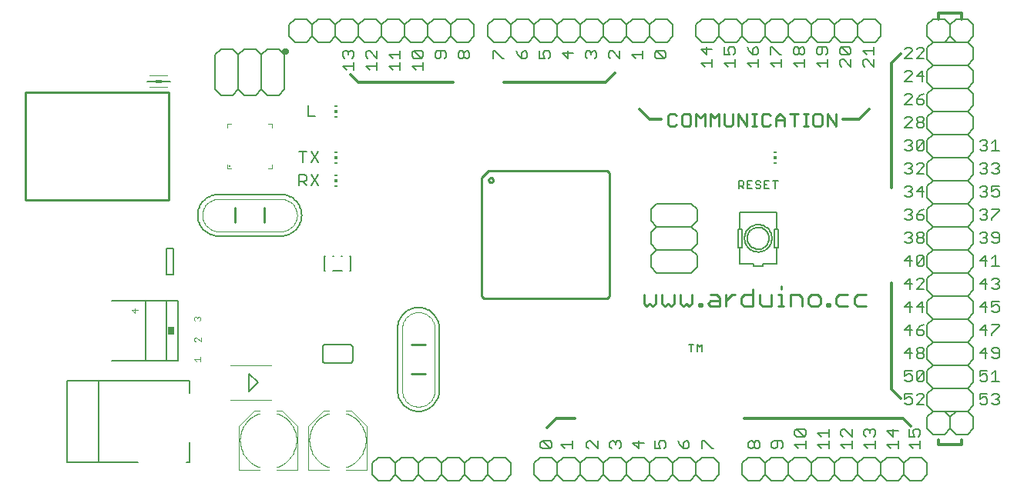
<source format=gto>
G75*
G70*
%OFA0B0*%
%FSLAX24Y24*%
%IPPOS*%
%LPD*%
%AMOC8*
5,1,8,0,0,1.08239X$1,22.5*
%
%ADD10C,0.0120*%
%ADD11C,0.0070*%
%ADD12C,0.0060*%
%ADD13C,0.0100*%
%ADD14C,0.0080*%
%ADD15C,0.0040*%
%ADD16R,0.0118X0.0059*%
%ADD17R,0.0118X0.0118*%
%ADD18C,0.0050*%
%ADD19R,0.0300X0.0340*%
%ADD20C,0.0118*%
%ADD21C,0.0087*%
%ADD22C,0.0028*%
%ADD23R,0.0276X0.0118*%
%ADD24C,0.0020*%
D10*
X025088Y009100D02*
X025488Y009500D01*
X026288Y009500D01*
X033638Y009500D02*
X040488Y009500D01*
X040838Y009150D01*
X042038Y008550D02*
X042038Y008350D01*
X043038Y008350D01*
X043038Y008550D01*
X040388Y010350D02*
X039988Y010750D01*
X039988Y015350D01*
X039988Y019500D02*
X039988Y024900D01*
X040388Y025300D01*
X042038Y026800D02*
X042038Y027050D01*
X043038Y027050D01*
X043038Y026800D01*
X039038Y022900D02*
X038588Y022450D01*
X037888Y022450D01*
X030038Y022450D02*
X029538Y022450D01*
X029088Y022900D01*
X027638Y024050D02*
X028038Y024450D01*
X027638Y024050D02*
X023238Y024050D01*
X021038Y024050D02*
X016938Y024050D01*
X016588Y024400D01*
X013717Y025400D02*
X013719Y025416D01*
X013725Y025432D01*
X013734Y025446D01*
X013746Y025457D01*
X013760Y025465D01*
X013776Y025470D01*
X013792Y025471D01*
X013808Y025468D01*
X013823Y025461D01*
X013837Y025452D01*
X013847Y025439D01*
X013855Y025424D01*
X013859Y025408D01*
X013859Y025392D01*
X013855Y025376D01*
X013847Y025361D01*
X013837Y025348D01*
X013824Y025339D01*
X013808Y025332D01*
X013792Y025329D01*
X013776Y025330D01*
X013760Y025335D01*
X013746Y025343D01*
X013734Y025354D01*
X013725Y025368D01*
X013719Y025384D01*
X013717Y025400D01*
D11*
X016262Y025346D02*
X016262Y025182D01*
X016344Y025101D01*
X016508Y025264D02*
X016508Y025346D01*
X016589Y025428D01*
X016671Y025428D01*
X016753Y025346D01*
X016753Y025182D01*
X016671Y025101D01*
X016753Y024912D02*
X016753Y024585D01*
X016753Y024748D02*
X016262Y024748D01*
X016426Y024585D01*
X017262Y024748D02*
X017426Y024585D01*
X017262Y024748D02*
X017753Y024748D01*
X017753Y024585D02*
X017753Y024912D01*
X017753Y025101D02*
X017426Y025428D01*
X017344Y025428D01*
X017262Y025346D01*
X017262Y025182D01*
X017344Y025101D01*
X017753Y025101D02*
X017753Y025428D01*
X018262Y025264D02*
X018426Y025101D01*
X018262Y025264D02*
X018753Y025264D01*
X018753Y025101D02*
X018753Y025428D01*
X018753Y024912D02*
X018753Y024585D01*
X018753Y024748D02*
X018262Y024748D01*
X018426Y024585D01*
X019262Y024748D02*
X019426Y024585D01*
X019262Y024748D02*
X019753Y024748D01*
X019753Y024585D02*
X019753Y024912D01*
X019671Y025101D02*
X019344Y025428D01*
X019671Y025428D01*
X019753Y025346D01*
X019753Y025182D01*
X019671Y025101D01*
X019344Y025101D01*
X019262Y025182D01*
X019262Y025346D01*
X019344Y025428D01*
X020262Y025330D02*
X020262Y025167D01*
X020344Y025085D01*
X020426Y025085D01*
X020508Y025167D01*
X020508Y025412D01*
X020671Y025412D02*
X020344Y025412D01*
X020262Y025330D01*
X020671Y025412D02*
X020753Y025330D01*
X020753Y025167D01*
X020671Y025085D01*
X021262Y025167D02*
X021262Y025330D01*
X021344Y025412D01*
X021426Y025412D01*
X021508Y025330D01*
X021508Y025167D01*
X021426Y025085D01*
X021344Y025085D01*
X021262Y025167D01*
X021508Y025167D02*
X021589Y025085D01*
X021671Y025085D01*
X021753Y025167D01*
X021753Y025330D01*
X021671Y025412D01*
X021589Y025412D01*
X021508Y025330D01*
X022762Y025412D02*
X022762Y025085D01*
X022762Y025412D02*
X022844Y025412D01*
X023171Y025085D01*
X023253Y025085D01*
X023762Y025412D02*
X023844Y025248D01*
X024008Y025085D01*
X024008Y025330D01*
X024089Y025412D01*
X024171Y025412D01*
X024253Y025330D01*
X024253Y025167D01*
X024171Y025085D01*
X024008Y025085D01*
X024762Y025085D02*
X024762Y025412D01*
X024926Y025330D02*
X025008Y025412D01*
X025171Y025412D01*
X025253Y025330D01*
X025253Y025167D01*
X025171Y025085D01*
X025008Y025085D02*
X024926Y025248D01*
X024926Y025330D01*
X025008Y025085D02*
X024762Y025085D01*
X025762Y025330D02*
X026008Y025085D01*
X026008Y025412D01*
X026253Y025330D02*
X025762Y025330D01*
X026762Y025330D02*
X026762Y025167D01*
X026844Y025085D01*
X027008Y025248D02*
X027008Y025330D01*
X027089Y025412D01*
X027171Y025412D01*
X027253Y025330D01*
X027253Y025167D01*
X027171Y025085D01*
X027008Y025330D02*
X026926Y025412D01*
X026844Y025412D01*
X026762Y025330D01*
X027762Y025330D02*
X027762Y025167D01*
X027844Y025085D01*
X027762Y025330D02*
X027844Y025412D01*
X027926Y025412D01*
X028253Y025085D01*
X028253Y025412D01*
X028762Y025248D02*
X028926Y025085D01*
X028762Y025248D02*
X029253Y025248D01*
X029253Y025085D02*
X029253Y025412D01*
X029762Y025330D02*
X029844Y025412D01*
X030171Y025085D01*
X030253Y025167D01*
X030253Y025330D01*
X030171Y025412D01*
X029844Y025412D01*
X029762Y025330D02*
X029762Y025167D01*
X029844Y025085D01*
X030171Y025085D01*
X031762Y024898D02*
X032253Y024898D01*
X032253Y024735D02*
X032253Y025062D01*
X032008Y025251D02*
X032008Y025578D01*
X032253Y025496D02*
X031762Y025496D01*
X032008Y025251D01*
X031762Y024898D02*
X031926Y024735D01*
X032762Y024898D02*
X033253Y024898D01*
X033253Y024735D02*
X033253Y025062D01*
X033171Y025251D02*
X033253Y025332D01*
X033253Y025496D01*
X033171Y025578D01*
X033008Y025578D01*
X032926Y025496D01*
X032926Y025414D01*
X033008Y025251D01*
X032762Y025251D01*
X032762Y025578D01*
X032762Y024898D02*
X032926Y024735D01*
X033762Y024898D02*
X033926Y024735D01*
X033762Y024898D02*
X034253Y024898D01*
X034253Y024735D02*
X034253Y025062D01*
X034171Y025251D02*
X034008Y025251D01*
X034008Y025496D01*
X034089Y025578D01*
X034171Y025578D01*
X034253Y025496D01*
X034253Y025332D01*
X034171Y025251D01*
X034008Y025251D02*
X033844Y025414D01*
X033762Y025578D01*
X034762Y025578D02*
X034762Y025251D01*
X034762Y025578D02*
X034844Y025578D01*
X035171Y025251D01*
X035253Y025251D01*
X035253Y025062D02*
X035253Y024735D01*
X035253Y024898D02*
X034762Y024898D01*
X034926Y024735D01*
X035762Y024898D02*
X035926Y024735D01*
X035762Y024898D02*
X036253Y024898D01*
X036253Y024735D02*
X036253Y025062D01*
X036171Y025251D02*
X036089Y025251D01*
X036008Y025332D01*
X036008Y025496D01*
X036089Y025578D01*
X036171Y025578D01*
X036253Y025496D01*
X036253Y025332D01*
X036171Y025251D01*
X036008Y025332D02*
X035926Y025251D01*
X035844Y025251D01*
X035762Y025332D01*
X035762Y025496D01*
X035844Y025578D01*
X035926Y025578D01*
X036008Y025496D01*
X036762Y025496D02*
X036762Y025332D01*
X036844Y025251D01*
X036926Y025251D01*
X037008Y025332D01*
X037008Y025578D01*
X037171Y025578D02*
X036844Y025578D01*
X036762Y025496D01*
X037171Y025578D02*
X037253Y025496D01*
X037253Y025332D01*
X037171Y025251D01*
X037253Y025062D02*
X037253Y024735D01*
X037253Y024898D02*
X036762Y024898D01*
X036926Y024735D01*
X037762Y024817D02*
X037844Y024735D01*
X037762Y024817D02*
X037762Y024980D01*
X037844Y025062D01*
X037926Y025062D01*
X038253Y024735D01*
X038253Y025062D01*
X038171Y025251D02*
X037844Y025578D01*
X038171Y025578D01*
X038253Y025496D01*
X038253Y025332D01*
X038171Y025251D01*
X037844Y025251D01*
X037762Y025332D01*
X037762Y025496D01*
X037844Y025578D01*
X038762Y025414D02*
X039253Y025414D01*
X039253Y025251D02*
X039253Y025578D01*
X038926Y025251D02*
X038762Y025414D01*
X038844Y025062D02*
X038762Y024980D01*
X038762Y024817D01*
X038844Y024735D01*
X038844Y025062D02*
X038926Y025062D01*
X039253Y024735D01*
X039253Y025062D01*
X040573Y025085D02*
X040900Y025412D01*
X040900Y025494D01*
X040818Y025575D01*
X040655Y025575D01*
X040573Y025494D01*
X041089Y025494D02*
X041170Y025575D01*
X041334Y025575D01*
X041415Y025494D01*
X041415Y025412D01*
X041089Y025085D01*
X041415Y025085D01*
X040900Y025085D02*
X040573Y025085D01*
X040655Y024575D02*
X040573Y024494D01*
X040655Y024575D02*
X040818Y024575D01*
X040900Y024494D01*
X040900Y024412D01*
X040573Y024085D01*
X040900Y024085D01*
X041089Y024330D02*
X041415Y024330D01*
X041334Y024085D02*
X041334Y024575D01*
X041089Y024330D01*
X040818Y023575D02*
X040655Y023575D01*
X040573Y023494D01*
X040818Y023575D02*
X040900Y023494D01*
X040900Y023412D01*
X040573Y023085D01*
X040900Y023085D01*
X041089Y023167D02*
X041089Y023330D01*
X041334Y023330D01*
X041415Y023248D01*
X041415Y023167D01*
X041334Y023085D01*
X041170Y023085D01*
X041089Y023167D01*
X041089Y023330D02*
X041252Y023494D01*
X041415Y023575D01*
X041334Y022575D02*
X041415Y022494D01*
X041415Y022412D01*
X041334Y022330D01*
X041170Y022330D01*
X041089Y022412D01*
X041089Y022494D01*
X041170Y022575D01*
X041334Y022575D01*
X041334Y022330D02*
X041415Y022248D01*
X041415Y022167D01*
X041334Y022085D01*
X041170Y022085D01*
X041089Y022167D01*
X041089Y022248D01*
X041170Y022330D01*
X040900Y022412D02*
X040573Y022085D01*
X040900Y022085D01*
X040900Y022412D02*
X040900Y022494D01*
X040818Y022575D01*
X040655Y022575D01*
X040573Y022494D01*
X040655Y021575D02*
X040818Y021575D01*
X040900Y021494D01*
X040900Y021412D01*
X040818Y021330D01*
X040900Y021248D01*
X040900Y021167D01*
X040818Y021085D01*
X040655Y021085D01*
X040573Y021167D01*
X040736Y021330D02*
X040818Y021330D01*
X040573Y021494D02*
X040655Y021575D01*
X041089Y021494D02*
X041170Y021575D01*
X041334Y021575D01*
X041415Y021494D01*
X041089Y021167D01*
X041170Y021085D01*
X041334Y021085D01*
X041415Y021167D01*
X041415Y021494D01*
X041089Y021494D02*
X041089Y021167D01*
X041170Y020575D02*
X041089Y020494D01*
X041170Y020575D02*
X041334Y020575D01*
X041415Y020494D01*
X041415Y020412D01*
X041089Y020085D01*
X041415Y020085D01*
X040900Y020167D02*
X040818Y020085D01*
X040655Y020085D01*
X040573Y020167D01*
X040736Y020330D02*
X040818Y020330D01*
X040900Y020248D01*
X040900Y020167D01*
X040818Y020330D02*
X040900Y020412D01*
X040900Y020494D01*
X040818Y020575D01*
X040655Y020575D01*
X040573Y020494D01*
X040655Y019575D02*
X040818Y019575D01*
X040900Y019494D01*
X040900Y019412D01*
X040818Y019330D01*
X040900Y019248D01*
X040900Y019167D01*
X040818Y019085D01*
X040655Y019085D01*
X040573Y019167D01*
X040736Y019330D02*
X040818Y019330D01*
X041089Y019330D02*
X041334Y019575D01*
X041334Y019085D01*
X041415Y019330D02*
X041089Y019330D01*
X040655Y019575D02*
X040573Y019494D01*
X040655Y018575D02*
X040818Y018575D01*
X040900Y018494D01*
X040900Y018412D01*
X040818Y018330D01*
X040900Y018248D01*
X040900Y018167D01*
X040818Y018085D01*
X040655Y018085D01*
X040573Y018167D01*
X040736Y018330D02*
X040818Y018330D01*
X041089Y018330D02*
X041089Y018167D01*
X041170Y018085D01*
X041334Y018085D01*
X041415Y018167D01*
X041415Y018248D01*
X041334Y018330D01*
X041089Y018330D01*
X041252Y018494D01*
X041415Y018575D01*
X040655Y018575D02*
X040573Y018494D01*
X040655Y017575D02*
X040818Y017575D01*
X040900Y017494D01*
X040900Y017412D01*
X040818Y017330D01*
X040900Y017248D01*
X040900Y017167D01*
X040818Y017085D01*
X040655Y017085D01*
X040573Y017167D01*
X040736Y017330D02*
X040818Y017330D01*
X041089Y017248D02*
X041089Y017167D01*
X041170Y017085D01*
X041334Y017085D01*
X041415Y017167D01*
X041415Y017248D01*
X041334Y017330D01*
X041170Y017330D01*
X041089Y017412D01*
X041089Y017494D01*
X041170Y017575D01*
X041334Y017575D01*
X041415Y017494D01*
X041415Y017412D01*
X041334Y017330D01*
X041170Y017330D02*
X041089Y017248D01*
X040655Y017575D02*
X040573Y017494D01*
X040818Y016575D02*
X040573Y016330D01*
X040900Y016330D01*
X041089Y016167D02*
X041415Y016494D01*
X041415Y016167D01*
X041334Y016085D01*
X041170Y016085D01*
X041089Y016167D01*
X041089Y016494D01*
X041170Y016575D01*
X041334Y016575D01*
X041415Y016494D01*
X040818Y016575D02*
X040818Y016085D01*
X040818Y015575D02*
X040573Y015330D01*
X040900Y015330D01*
X041089Y015494D02*
X041170Y015575D01*
X041334Y015575D01*
X041415Y015494D01*
X041415Y015412D01*
X041089Y015085D01*
X041415Y015085D01*
X040818Y015085D02*
X040818Y015575D01*
X040818Y014575D02*
X040573Y014330D01*
X040900Y014330D01*
X041089Y014330D02*
X041415Y014330D01*
X041334Y014085D02*
X041334Y014575D01*
X041089Y014330D01*
X040818Y014085D02*
X040818Y014575D01*
X040818Y013575D02*
X040573Y013330D01*
X040900Y013330D01*
X041089Y013330D02*
X041252Y013494D01*
X041415Y013575D01*
X041334Y013330D02*
X041089Y013330D01*
X041089Y013167D01*
X041170Y013085D01*
X041334Y013085D01*
X041415Y013167D01*
X041415Y013248D01*
X041334Y013330D01*
X040818Y013085D02*
X040818Y013575D01*
X040818Y012575D02*
X040573Y012330D01*
X040900Y012330D01*
X041089Y012248D02*
X041170Y012330D01*
X041334Y012330D01*
X041415Y012248D01*
X041415Y012167D01*
X041334Y012085D01*
X041170Y012085D01*
X041089Y012167D01*
X041089Y012248D01*
X041170Y012330D02*
X041089Y012412D01*
X041089Y012494D01*
X041170Y012575D01*
X041334Y012575D01*
X041415Y012494D01*
X041415Y012412D01*
X041334Y012330D01*
X040818Y012085D02*
X040818Y012575D01*
X040900Y011575D02*
X040573Y011575D01*
X040573Y011330D01*
X040736Y011412D01*
X040818Y011412D01*
X040900Y011330D01*
X040900Y011167D01*
X040818Y011085D01*
X040655Y011085D01*
X040573Y011167D01*
X041089Y011167D02*
X041170Y011085D01*
X041334Y011085D01*
X041415Y011167D01*
X041415Y011494D01*
X041089Y011167D01*
X041089Y011494D01*
X041170Y011575D01*
X041334Y011575D01*
X041415Y011494D01*
X041334Y010575D02*
X041170Y010575D01*
X041089Y010494D01*
X040900Y010575D02*
X040573Y010575D01*
X040573Y010330D01*
X040736Y010412D01*
X040818Y010412D01*
X040900Y010330D01*
X040900Y010167D01*
X040818Y010085D01*
X040655Y010085D01*
X040573Y010167D01*
X041089Y010085D02*
X041415Y010412D01*
X041415Y010494D01*
X041334Y010575D01*
X041415Y010085D02*
X041089Y010085D01*
X041008Y009028D02*
X040926Y008946D01*
X040926Y008864D01*
X041008Y008701D01*
X040762Y008701D01*
X040762Y009028D01*
X041008Y009028D02*
X041171Y009028D01*
X041253Y008946D01*
X041253Y008782D01*
X041171Y008701D01*
X041253Y008512D02*
X041253Y008185D01*
X041253Y008348D02*
X040762Y008348D01*
X040926Y008185D01*
X040303Y008185D02*
X040303Y008512D01*
X040303Y008348D02*
X039812Y008348D01*
X039976Y008185D01*
X040058Y008701D02*
X040058Y009028D01*
X040303Y008946D02*
X039812Y008946D01*
X040058Y008701D01*
X039303Y008782D02*
X039221Y008701D01*
X039303Y008782D02*
X039303Y008946D01*
X039221Y009028D01*
X039139Y009028D01*
X039058Y008946D01*
X039058Y008864D01*
X039058Y008946D02*
X038976Y009028D01*
X038894Y009028D01*
X038812Y008946D01*
X038812Y008782D01*
X038894Y008701D01*
X038812Y008348D02*
X039303Y008348D01*
X039303Y008185D02*
X039303Y008512D01*
X038976Y008185D02*
X038812Y008348D01*
X038303Y008348D02*
X037812Y008348D01*
X037976Y008185D01*
X038303Y008185D02*
X038303Y008512D01*
X038303Y008701D02*
X037976Y009028D01*
X037894Y009028D01*
X037812Y008946D01*
X037812Y008782D01*
X037894Y008701D01*
X038303Y008701D02*
X038303Y009028D01*
X037303Y009028D02*
X037303Y008701D01*
X037303Y008864D02*
X036812Y008864D01*
X036976Y008701D01*
X037303Y008512D02*
X037303Y008185D01*
X037303Y008348D02*
X036812Y008348D01*
X036976Y008185D01*
X035303Y008267D02*
X035303Y008430D01*
X035221Y008512D01*
X034894Y008512D01*
X034812Y008430D01*
X034812Y008267D01*
X034894Y008185D01*
X034976Y008185D01*
X035058Y008267D01*
X035058Y008512D01*
X035303Y008267D02*
X035221Y008185D01*
X034303Y008267D02*
X034221Y008185D01*
X034139Y008185D01*
X034058Y008267D01*
X034058Y008430D01*
X034139Y008512D01*
X034221Y008512D01*
X034303Y008430D01*
X034303Y008267D01*
X034058Y008267D02*
X033976Y008185D01*
X033894Y008185D01*
X033812Y008267D01*
X033812Y008430D01*
X033894Y008512D01*
X033976Y008512D01*
X034058Y008430D01*
X032303Y008185D02*
X032221Y008185D01*
X031894Y008512D01*
X031812Y008512D01*
X031812Y008185D01*
X031253Y008267D02*
X031253Y008430D01*
X031171Y008512D01*
X031089Y008512D01*
X031008Y008430D01*
X031008Y008185D01*
X031171Y008185D01*
X031253Y008267D01*
X031008Y008185D02*
X030844Y008348D01*
X030762Y008512D01*
X030253Y008430D02*
X030253Y008267D01*
X030171Y008185D01*
X030008Y008185D02*
X029926Y008348D01*
X029926Y008430D01*
X030008Y008512D01*
X030171Y008512D01*
X030253Y008430D01*
X030008Y008185D02*
X029762Y008185D01*
X029762Y008512D01*
X029303Y008430D02*
X028812Y008430D01*
X029058Y008185D01*
X029058Y008512D01*
X028303Y008430D02*
X028303Y008267D01*
X028221Y008185D01*
X028058Y008348D02*
X028058Y008430D01*
X028139Y008512D01*
X028221Y008512D01*
X028303Y008430D01*
X028058Y008430D02*
X027976Y008512D01*
X027894Y008512D01*
X027812Y008430D01*
X027812Y008267D01*
X027894Y008185D01*
X027303Y008185D02*
X027303Y008512D01*
X027303Y008185D02*
X026976Y008512D01*
X026894Y008512D01*
X026812Y008430D01*
X026812Y008267D01*
X026894Y008185D01*
X026203Y008185D02*
X026203Y008512D01*
X026203Y008348D02*
X025712Y008348D01*
X025876Y008185D01*
X025303Y008267D02*
X025303Y008430D01*
X025221Y008512D01*
X024894Y008512D01*
X025221Y008185D01*
X025303Y008267D01*
X025221Y008185D02*
X024894Y008185D01*
X024812Y008267D01*
X024812Y008430D01*
X024894Y008512D01*
X043823Y010167D02*
X043905Y010085D01*
X044068Y010085D01*
X044150Y010167D01*
X044150Y010330D01*
X044068Y010412D01*
X043986Y010412D01*
X043823Y010330D01*
X043823Y010575D01*
X044150Y010575D01*
X044339Y010494D02*
X044420Y010575D01*
X044584Y010575D01*
X044665Y010494D01*
X044665Y010412D01*
X044584Y010330D01*
X044665Y010248D01*
X044665Y010167D01*
X044584Y010085D01*
X044420Y010085D01*
X044339Y010167D01*
X044502Y010330D02*
X044584Y010330D01*
X044665Y011085D02*
X044339Y011085D01*
X044502Y011085D02*
X044502Y011575D01*
X044339Y011412D01*
X044150Y011330D02*
X044150Y011167D01*
X044068Y011085D01*
X043905Y011085D01*
X043823Y011167D01*
X043823Y011330D02*
X043986Y011412D01*
X044068Y011412D01*
X044150Y011330D01*
X044150Y011575D02*
X043823Y011575D01*
X043823Y011330D01*
X044068Y012085D02*
X044068Y012575D01*
X043823Y012330D01*
X044150Y012330D01*
X044339Y012412D02*
X044420Y012330D01*
X044665Y012330D01*
X044665Y012167D02*
X044665Y012494D01*
X044584Y012575D01*
X044420Y012575D01*
X044339Y012494D01*
X044339Y012412D01*
X044339Y012167D02*
X044420Y012085D01*
X044584Y012085D01*
X044665Y012167D01*
X044339Y013085D02*
X044339Y013167D01*
X044665Y013494D01*
X044665Y013575D01*
X044339Y013575D01*
X044068Y013575D02*
X043823Y013330D01*
X044150Y013330D01*
X044068Y013085D02*
X044068Y013575D01*
X044068Y014085D02*
X044068Y014575D01*
X043823Y014330D01*
X044150Y014330D01*
X044339Y014330D02*
X044502Y014412D01*
X044584Y014412D01*
X044665Y014330D01*
X044665Y014167D01*
X044584Y014085D01*
X044420Y014085D01*
X044339Y014167D01*
X044339Y014330D02*
X044339Y014575D01*
X044665Y014575D01*
X044584Y015085D02*
X044420Y015085D01*
X044339Y015167D01*
X044502Y015330D02*
X044584Y015330D01*
X044665Y015248D01*
X044665Y015167D01*
X044584Y015085D01*
X044584Y015330D02*
X044665Y015412D01*
X044665Y015494D01*
X044584Y015575D01*
X044420Y015575D01*
X044339Y015494D01*
X044150Y015330D02*
X043823Y015330D01*
X044068Y015575D01*
X044068Y015085D01*
X044068Y016085D02*
X044068Y016575D01*
X043823Y016330D01*
X044150Y016330D01*
X044339Y016412D02*
X044502Y016575D01*
X044502Y016085D01*
X044339Y016085D02*
X044665Y016085D01*
X044584Y017085D02*
X044665Y017167D01*
X044665Y017494D01*
X044584Y017575D01*
X044420Y017575D01*
X044339Y017494D01*
X044339Y017412D01*
X044420Y017330D01*
X044665Y017330D01*
X044584Y017085D02*
X044420Y017085D01*
X044339Y017167D01*
X044150Y017167D02*
X044068Y017085D01*
X043905Y017085D01*
X043823Y017167D01*
X043986Y017330D02*
X044068Y017330D01*
X044150Y017248D01*
X044150Y017167D01*
X044068Y017330D02*
X044150Y017412D01*
X044150Y017494D01*
X044068Y017575D01*
X043905Y017575D01*
X043823Y017494D01*
X043905Y018085D02*
X043823Y018167D01*
X043905Y018085D02*
X044068Y018085D01*
X044150Y018167D01*
X044150Y018248D01*
X044068Y018330D01*
X043986Y018330D01*
X044068Y018330D02*
X044150Y018412D01*
X044150Y018494D01*
X044068Y018575D01*
X043905Y018575D01*
X043823Y018494D01*
X044339Y018575D02*
X044665Y018575D01*
X044665Y018494D01*
X044339Y018167D01*
X044339Y018085D01*
X044420Y019085D02*
X044339Y019167D01*
X044420Y019085D02*
X044584Y019085D01*
X044665Y019167D01*
X044665Y019330D01*
X044584Y019412D01*
X044502Y019412D01*
X044339Y019330D01*
X044339Y019575D01*
X044665Y019575D01*
X044150Y019494D02*
X044150Y019412D01*
X044068Y019330D01*
X044150Y019248D01*
X044150Y019167D01*
X044068Y019085D01*
X043905Y019085D01*
X043823Y019167D01*
X043986Y019330D02*
X044068Y019330D01*
X044150Y019494D02*
X044068Y019575D01*
X043905Y019575D01*
X043823Y019494D01*
X043905Y020085D02*
X043823Y020167D01*
X043905Y020085D02*
X044068Y020085D01*
X044150Y020167D01*
X044150Y020248D01*
X044068Y020330D01*
X043986Y020330D01*
X044068Y020330D02*
X044150Y020412D01*
X044150Y020494D01*
X044068Y020575D01*
X043905Y020575D01*
X043823Y020494D01*
X044339Y020494D02*
X044420Y020575D01*
X044584Y020575D01*
X044665Y020494D01*
X044665Y020412D01*
X044584Y020330D01*
X044665Y020248D01*
X044665Y020167D01*
X044584Y020085D01*
X044420Y020085D01*
X044339Y020167D01*
X044502Y020330D02*
X044584Y020330D01*
X044665Y021085D02*
X044339Y021085D01*
X044502Y021085D02*
X044502Y021575D01*
X044339Y021412D01*
X044150Y021412D02*
X044068Y021330D01*
X044150Y021248D01*
X044150Y021167D01*
X044068Y021085D01*
X043905Y021085D01*
X043823Y021167D01*
X043986Y021330D02*
X044068Y021330D01*
X044150Y021412D02*
X044150Y021494D01*
X044068Y021575D01*
X043905Y021575D01*
X043823Y021494D01*
X016508Y025346D02*
X016426Y025428D01*
X016344Y025428D01*
X016262Y025346D01*
D12*
X016188Y025800D02*
X015938Y026050D01*
X015688Y025800D01*
X015188Y025800D01*
X014938Y026050D01*
X014688Y025800D01*
X014188Y025800D01*
X013938Y026050D01*
X013938Y026550D01*
X014188Y026800D01*
X014688Y026800D01*
X014938Y026550D01*
X015188Y026800D01*
X015688Y026800D01*
X015938Y026550D01*
X016188Y026800D01*
X016688Y026800D01*
X016938Y026550D01*
X017188Y026800D01*
X017688Y026800D01*
X017938Y026550D01*
X018188Y026800D01*
X018688Y026800D01*
X018938Y026550D01*
X019188Y026800D01*
X019688Y026800D01*
X019938Y026550D01*
X020188Y026800D01*
X020688Y026800D01*
X020938Y026550D01*
X021188Y026800D01*
X021688Y026800D01*
X021938Y026550D01*
X021938Y026050D01*
X021688Y025800D01*
X021188Y025800D01*
X020938Y026050D01*
X020688Y025800D01*
X020188Y025800D01*
X019938Y026050D01*
X019938Y026550D01*
X019938Y026050D02*
X019688Y025800D01*
X019188Y025800D01*
X018938Y026050D01*
X018688Y025800D01*
X018188Y025800D01*
X017938Y026050D01*
X017688Y025800D01*
X017188Y025800D01*
X016938Y026050D01*
X016938Y026550D01*
X016938Y026050D02*
X016688Y025800D01*
X016188Y025800D01*
X015938Y026050D02*
X015938Y026550D01*
X014938Y026550D02*
X014938Y026050D01*
X013738Y025250D02*
X013738Y023750D01*
X013488Y023500D01*
X012988Y023500D01*
X012738Y023750D01*
X012738Y025250D01*
X012488Y025500D01*
X011988Y025500D01*
X011738Y025250D01*
X011488Y025500D01*
X010988Y025500D01*
X010738Y025250D01*
X010738Y023750D01*
X010988Y023500D01*
X011488Y023500D01*
X011738Y023750D01*
X011738Y025250D01*
X012738Y025250D02*
X012988Y025500D01*
X013488Y025500D01*
X013738Y025250D01*
X012738Y023750D02*
X012488Y023500D01*
X011988Y023500D01*
X011738Y023750D01*
X017938Y026050D02*
X017938Y026550D01*
X018938Y026550D02*
X018938Y026050D01*
X020938Y026050D02*
X020938Y026550D01*
X022538Y026550D02*
X022538Y026050D01*
X022788Y025800D01*
X023288Y025800D01*
X023538Y026050D01*
X023538Y026550D01*
X023288Y026800D01*
X022788Y026800D01*
X022538Y026550D01*
X023538Y026550D02*
X023788Y026800D01*
X024288Y026800D01*
X024538Y026550D01*
X024788Y026800D01*
X025288Y026800D01*
X025538Y026550D01*
X025788Y026800D01*
X026288Y026800D01*
X026538Y026550D01*
X026788Y026800D01*
X027288Y026800D01*
X027538Y026550D01*
X027788Y026800D01*
X028288Y026800D01*
X028538Y026550D01*
X028788Y026800D01*
X029288Y026800D01*
X029538Y026550D01*
X029788Y026800D01*
X030288Y026800D01*
X030538Y026550D01*
X030538Y026050D01*
X030288Y025800D01*
X029788Y025800D01*
X029538Y026050D01*
X029288Y025800D01*
X028788Y025800D01*
X028538Y026050D01*
X028538Y026550D01*
X028538Y026050D02*
X028288Y025800D01*
X027788Y025800D01*
X027538Y026050D01*
X027288Y025800D01*
X026788Y025800D01*
X026538Y026050D01*
X026288Y025800D01*
X025788Y025800D01*
X025538Y026050D01*
X025538Y026550D01*
X025538Y026050D02*
X025288Y025800D01*
X024788Y025800D01*
X024538Y026050D01*
X024288Y025800D01*
X023788Y025800D01*
X023538Y026050D01*
X024538Y026050D02*
X024538Y026550D01*
X026538Y026550D02*
X026538Y026050D01*
X027538Y026050D02*
X027538Y026550D01*
X029538Y026550D02*
X029538Y026050D01*
X031538Y026050D02*
X031788Y025800D01*
X032288Y025800D01*
X032538Y026050D01*
X032538Y026550D01*
X032288Y026800D01*
X031788Y026800D01*
X031538Y026550D01*
X031538Y026050D01*
X032538Y026050D02*
X032788Y025800D01*
X033288Y025800D01*
X033538Y026050D01*
X033538Y026550D01*
X033288Y026800D01*
X032788Y026800D01*
X032538Y026550D01*
X033538Y026550D02*
X033788Y026800D01*
X034288Y026800D01*
X034538Y026550D01*
X034788Y026800D01*
X035288Y026800D01*
X035538Y026550D01*
X035788Y026800D01*
X036288Y026800D01*
X036538Y026550D01*
X036788Y026800D01*
X037288Y026800D01*
X037538Y026550D01*
X037788Y026800D01*
X038288Y026800D01*
X038538Y026550D01*
X038788Y026800D01*
X039288Y026800D01*
X039538Y026550D01*
X039538Y026050D01*
X039288Y025800D01*
X038788Y025800D01*
X038538Y026050D01*
X038288Y025800D01*
X037788Y025800D01*
X037538Y026050D01*
X037538Y026550D01*
X037538Y026050D02*
X037288Y025800D01*
X036788Y025800D01*
X036538Y026050D01*
X036288Y025800D01*
X035788Y025800D01*
X035538Y026050D01*
X035288Y025800D01*
X034788Y025800D01*
X034538Y026050D01*
X034538Y026550D01*
X034538Y026050D02*
X034288Y025800D01*
X033788Y025800D01*
X033538Y026050D01*
X035538Y026050D02*
X035538Y026550D01*
X036538Y026550D02*
X036538Y026050D01*
X038538Y026050D02*
X038538Y026550D01*
X041538Y026550D02*
X041538Y026050D01*
X041788Y025800D01*
X042288Y025800D01*
X042538Y026050D01*
X042788Y025800D01*
X043288Y025800D01*
X043538Y026050D01*
X043538Y026550D01*
X043288Y026800D01*
X042788Y026800D01*
X042538Y026550D01*
X042538Y026050D01*
X042538Y026550D01*
X042288Y026800D01*
X041788Y026800D01*
X041538Y026550D01*
X041788Y025800D02*
X043288Y025800D01*
X043538Y025550D01*
X043538Y025050D01*
X043288Y024800D01*
X041788Y024800D01*
X041538Y025050D01*
X041538Y025550D01*
X041788Y025800D01*
X041788Y024800D02*
X041538Y024550D01*
X041538Y024050D01*
X041788Y023800D01*
X043288Y023800D01*
X043538Y024050D01*
X043538Y024550D01*
X043288Y024800D01*
X043288Y023800D02*
X043538Y023550D01*
X043538Y023050D01*
X043288Y022800D01*
X041788Y022800D01*
X041538Y023050D01*
X041538Y023550D01*
X041788Y023800D01*
X041788Y022800D02*
X041538Y022550D01*
X041538Y022050D01*
X041788Y021800D01*
X043288Y021800D01*
X043538Y022050D01*
X043538Y022550D01*
X043288Y022800D01*
X043288Y021800D02*
X043538Y021550D01*
X043538Y021050D01*
X043288Y020800D01*
X041788Y020800D01*
X041538Y021050D01*
X041538Y021550D01*
X041788Y021800D01*
X041788Y020800D02*
X041538Y020550D01*
X041538Y020050D01*
X041788Y019800D01*
X043288Y019800D01*
X043538Y020050D01*
X043538Y020550D01*
X043288Y020800D01*
X043288Y019800D02*
X043538Y019550D01*
X043538Y019050D01*
X043288Y018800D01*
X041788Y018800D01*
X041538Y019050D01*
X041538Y019550D01*
X041788Y019800D01*
X041788Y018800D02*
X041538Y018550D01*
X041538Y018050D01*
X041788Y017800D01*
X043288Y017800D01*
X043538Y017550D01*
X043538Y017050D01*
X043288Y016800D01*
X041788Y016800D01*
X041538Y017050D01*
X041538Y017550D01*
X041788Y017800D01*
X043288Y017800D01*
X043538Y018050D01*
X043538Y018550D01*
X043288Y018800D01*
X043288Y016800D02*
X043538Y016550D01*
X043538Y016050D01*
X043288Y015800D01*
X041788Y015800D01*
X041538Y016050D01*
X041538Y016550D01*
X041788Y016800D01*
X041788Y015800D02*
X041538Y015550D01*
X041538Y015050D01*
X041788Y014800D01*
X043288Y014800D01*
X043538Y015050D01*
X043538Y015550D01*
X043288Y015800D01*
X043288Y014800D02*
X043538Y014550D01*
X043538Y014050D01*
X043288Y013800D01*
X041788Y013800D01*
X041538Y014050D01*
X041538Y014550D01*
X041788Y014800D01*
X041788Y013800D02*
X041538Y013550D01*
X041538Y013050D01*
X041788Y012800D01*
X043288Y012800D01*
X043538Y013050D01*
X043538Y013550D01*
X043288Y013800D01*
X043288Y012800D02*
X043538Y012550D01*
X043538Y012050D01*
X043288Y011800D01*
X041788Y011800D01*
X041538Y012050D01*
X041538Y012550D01*
X041788Y012800D01*
X041788Y011800D02*
X041538Y011550D01*
X041538Y011050D01*
X041788Y010800D01*
X043288Y010800D01*
X043538Y011050D01*
X043538Y011550D01*
X043288Y011800D01*
X043288Y010800D02*
X043538Y010550D01*
X043538Y010050D01*
X043288Y009800D01*
X043538Y009550D01*
X043538Y009050D01*
X043288Y008800D01*
X042788Y008800D01*
X042538Y009050D01*
X042538Y009550D01*
X042788Y009800D01*
X043288Y009800D01*
X041788Y009800D01*
X041538Y009550D01*
X041538Y009050D01*
X041788Y008800D01*
X042288Y008800D01*
X042538Y009050D01*
X042538Y009550D01*
X042288Y009800D01*
X041788Y009800D01*
X041538Y010050D01*
X041538Y010550D01*
X041788Y010800D01*
X041288Y007800D02*
X040788Y007800D01*
X040538Y007550D01*
X040538Y007050D01*
X040788Y006800D01*
X041288Y006800D01*
X041538Y007050D01*
X041538Y007550D01*
X041288Y007800D01*
X040538Y007550D02*
X040288Y007800D01*
X039788Y007800D01*
X039538Y007550D01*
X039538Y007050D01*
X039788Y006800D01*
X040288Y006800D01*
X040538Y007050D01*
X039538Y007050D02*
X039288Y006800D01*
X038788Y006800D01*
X038538Y007050D01*
X038288Y006800D01*
X037788Y006800D01*
X037538Y007050D01*
X037288Y006800D01*
X036788Y006800D01*
X036538Y007050D01*
X036288Y006800D01*
X035788Y006800D01*
X035538Y007050D01*
X035288Y006800D01*
X034788Y006800D01*
X034538Y007050D01*
X034288Y006800D01*
X033788Y006800D01*
X033538Y007050D01*
X033538Y007550D01*
X033788Y007800D01*
X034288Y007800D01*
X034538Y007550D01*
X034788Y007800D01*
X035288Y007800D01*
X035538Y007550D01*
X035538Y007050D01*
X035538Y007550D02*
X035788Y007800D01*
X036288Y007800D01*
X036538Y007550D01*
X036788Y007800D01*
X037288Y007800D01*
X037538Y007550D01*
X037788Y007800D01*
X038288Y007800D01*
X038538Y007550D01*
X038538Y007050D01*
X038538Y007550D02*
X038788Y007800D01*
X039288Y007800D01*
X039538Y007550D01*
X037538Y007550D02*
X037538Y007050D01*
X036538Y007050D02*
X036538Y007550D01*
X036308Y008180D02*
X036308Y008514D01*
X036308Y008347D02*
X035807Y008347D01*
X035974Y008180D01*
X035891Y008696D02*
X035807Y008779D01*
X035807Y008946D01*
X035891Y009029D01*
X036224Y008696D01*
X036308Y008779D01*
X036308Y008946D01*
X036224Y009029D01*
X035891Y009029D01*
X035891Y008696D02*
X036224Y008696D01*
X034538Y007550D02*
X034538Y007050D01*
X032538Y007050D02*
X032288Y006800D01*
X031788Y006800D01*
X031538Y007050D01*
X031288Y006800D01*
X030788Y006800D01*
X030538Y007050D01*
X030288Y006800D01*
X029788Y006800D01*
X029538Y007050D01*
X029288Y006800D01*
X028788Y006800D01*
X028538Y007050D01*
X028288Y006800D01*
X027788Y006800D01*
X027538Y007050D01*
X027288Y006800D01*
X026788Y006800D01*
X026538Y007050D01*
X026288Y006800D01*
X025788Y006800D01*
X025538Y007050D01*
X025288Y006800D01*
X024788Y006800D01*
X024538Y007050D01*
X024538Y007550D01*
X024788Y007800D01*
X025288Y007800D01*
X025538Y007550D01*
X025788Y007800D01*
X026288Y007800D01*
X026538Y007550D01*
X026538Y007050D01*
X025538Y007050D02*
X025538Y007550D01*
X026538Y007550D02*
X026788Y007800D01*
X027288Y007800D01*
X027538Y007550D01*
X027788Y007800D01*
X028288Y007800D01*
X028538Y007550D01*
X028788Y007800D01*
X029288Y007800D01*
X029538Y007550D01*
X029538Y007050D01*
X029538Y007550D02*
X029788Y007800D01*
X030288Y007800D01*
X030538Y007550D01*
X030788Y007800D01*
X031288Y007800D01*
X031538Y007550D01*
X031788Y007800D01*
X032288Y007800D01*
X032538Y007550D01*
X032538Y007050D01*
X031538Y007050D02*
X031538Y007550D01*
X030538Y007550D02*
X030538Y007050D01*
X028538Y007050D02*
X028538Y007550D01*
X027538Y007550D02*
X027538Y007050D01*
X023538Y007050D02*
X023288Y006800D01*
X022788Y006800D01*
X022538Y007050D01*
X022288Y006800D01*
X021788Y006800D01*
X021538Y007050D01*
X021288Y006800D01*
X020788Y006800D01*
X020538Y007050D01*
X020288Y006800D01*
X019788Y006800D01*
X019538Y007050D01*
X019288Y006800D01*
X018788Y006800D01*
X018538Y007050D01*
X018288Y006800D01*
X017788Y006800D01*
X017538Y007050D01*
X017538Y007550D01*
X017788Y007800D01*
X018288Y007800D01*
X018538Y007550D01*
X018788Y007800D01*
X019288Y007800D01*
X019538Y007550D01*
X019538Y007050D01*
X019538Y007550D02*
X019788Y007800D01*
X020288Y007800D01*
X020538Y007550D01*
X020788Y007800D01*
X021288Y007800D01*
X021538Y007550D01*
X021788Y007800D01*
X022288Y007800D01*
X022538Y007550D01*
X022788Y007800D01*
X023288Y007800D01*
X023538Y007550D01*
X023538Y007050D01*
X022538Y007050D02*
X022538Y007550D01*
X021538Y007550D02*
X021538Y007050D01*
X020538Y007050D02*
X020538Y007550D01*
X018538Y007550D02*
X018538Y007050D01*
X018638Y010700D02*
X018638Y013400D01*
X018640Y013459D01*
X018646Y013517D01*
X018655Y013576D01*
X018669Y013633D01*
X018686Y013689D01*
X018707Y013744D01*
X018731Y013798D01*
X018759Y013850D01*
X018790Y013900D01*
X018824Y013948D01*
X018861Y013993D01*
X018902Y014036D01*
X018945Y014077D01*
X018990Y014114D01*
X019038Y014148D01*
X019088Y014179D01*
X019140Y014207D01*
X019194Y014231D01*
X019249Y014252D01*
X019305Y014269D01*
X019362Y014283D01*
X019421Y014292D01*
X019479Y014298D01*
X019538Y014300D01*
X019597Y014298D01*
X019655Y014292D01*
X019714Y014283D01*
X019771Y014269D01*
X019827Y014252D01*
X019882Y014231D01*
X019936Y014207D01*
X019988Y014179D01*
X020038Y014148D01*
X020086Y014114D01*
X020131Y014077D01*
X020174Y014036D01*
X020215Y013993D01*
X020252Y013948D01*
X020286Y013900D01*
X020317Y013850D01*
X020345Y013798D01*
X020369Y013744D01*
X020390Y013689D01*
X020407Y013633D01*
X020421Y013576D01*
X020430Y013517D01*
X020436Y013459D01*
X020438Y013400D01*
X020438Y010700D01*
X020436Y010641D01*
X020430Y010583D01*
X020421Y010524D01*
X020407Y010467D01*
X020390Y010411D01*
X020369Y010356D01*
X020345Y010302D01*
X020317Y010250D01*
X020286Y010200D01*
X020252Y010152D01*
X020215Y010107D01*
X020174Y010064D01*
X020131Y010023D01*
X020086Y009986D01*
X020038Y009952D01*
X019988Y009921D01*
X019936Y009893D01*
X019882Y009869D01*
X019827Y009848D01*
X019771Y009831D01*
X019714Y009817D01*
X019655Y009808D01*
X019597Y009802D01*
X019538Y009800D01*
X019479Y009802D01*
X019421Y009808D01*
X019362Y009817D01*
X019305Y009831D01*
X019249Y009848D01*
X019194Y009869D01*
X019140Y009893D01*
X019088Y009921D01*
X019038Y009952D01*
X018990Y009986D01*
X018945Y010023D01*
X018902Y010064D01*
X018861Y010107D01*
X018824Y010152D01*
X018790Y010200D01*
X018759Y010250D01*
X018731Y010302D01*
X018707Y010356D01*
X018686Y010411D01*
X018669Y010467D01*
X018655Y010524D01*
X018646Y010583D01*
X018640Y010641D01*
X018638Y010700D01*
X016688Y012000D02*
X016688Y012600D01*
X016686Y012617D01*
X016682Y012634D01*
X016675Y012650D01*
X016665Y012664D01*
X016652Y012677D01*
X016638Y012687D01*
X016622Y012694D01*
X016605Y012698D01*
X016588Y012700D01*
X015488Y012700D01*
X015471Y012698D01*
X015454Y012694D01*
X015438Y012687D01*
X015424Y012677D01*
X015411Y012664D01*
X015401Y012650D01*
X015394Y012634D01*
X015390Y012617D01*
X015388Y012600D01*
X015388Y012000D01*
X015390Y011983D01*
X015394Y011966D01*
X015401Y011950D01*
X015411Y011936D01*
X015424Y011923D01*
X015438Y011913D01*
X015454Y011906D01*
X015471Y011902D01*
X015488Y011900D01*
X016588Y011900D01*
X016605Y011902D01*
X016622Y011906D01*
X016638Y011913D01*
X016652Y011923D01*
X016665Y011936D01*
X016675Y011950D01*
X016682Y011966D01*
X016686Y011983D01*
X016688Y012000D01*
X016598Y015891D02*
X016561Y015891D01*
X016598Y015891D02*
X016598Y016529D01*
X016561Y016529D01*
X016243Y016529D02*
X016206Y016529D01*
X015869Y016529D02*
X015832Y016529D01*
X015515Y016529D02*
X015478Y016529D01*
X015478Y015891D01*
X015515Y015891D01*
X015832Y015891D02*
X016243Y015891D01*
X013588Y017400D02*
X010888Y017400D01*
X010829Y017402D01*
X010771Y017408D01*
X010712Y017417D01*
X010655Y017431D01*
X010599Y017448D01*
X010544Y017469D01*
X010490Y017493D01*
X010438Y017521D01*
X010388Y017552D01*
X010340Y017586D01*
X010295Y017623D01*
X010252Y017664D01*
X010211Y017707D01*
X010174Y017752D01*
X010140Y017800D01*
X010109Y017850D01*
X010081Y017902D01*
X010057Y017956D01*
X010036Y018011D01*
X010019Y018067D01*
X010005Y018124D01*
X009996Y018183D01*
X009990Y018241D01*
X009988Y018300D01*
X009990Y018359D01*
X009996Y018417D01*
X010005Y018476D01*
X010019Y018533D01*
X010036Y018589D01*
X010057Y018644D01*
X010081Y018698D01*
X010109Y018750D01*
X010140Y018800D01*
X010174Y018848D01*
X010211Y018893D01*
X010252Y018936D01*
X010295Y018977D01*
X010340Y019014D01*
X010388Y019048D01*
X010438Y019079D01*
X010490Y019107D01*
X010544Y019131D01*
X010599Y019152D01*
X010655Y019169D01*
X010712Y019183D01*
X010771Y019192D01*
X010829Y019198D01*
X010888Y019200D01*
X013588Y019200D01*
X013647Y019198D01*
X013705Y019192D01*
X013764Y019183D01*
X013821Y019169D01*
X013877Y019152D01*
X013932Y019131D01*
X013986Y019107D01*
X014038Y019079D01*
X014088Y019048D01*
X014136Y019014D01*
X014181Y018977D01*
X014224Y018936D01*
X014265Y018893D01*
X014302Y018848D01*
X014336Y018800D01*
X014367Y018750D01*
X014395Y018698D01*
X014419Y018644D01*
X014440Y018589D01*
X014457Y018533D01*
X014471Y018476D01*
X014480Y018417D01*
X014486Y018359D01*
X014488Y018300D01*
X014486Y018241D01*
X014480Y018183D01*
X014471Y018124D01*
X014457Y018067D01*
X014440Y018011D01*
X014419Y017956D01*
X014395Y017902D01*
X014367Y017850D01*
X014336Y017800D01*
X014302Y017752D01*
X014265Y017707D01*
X014224Y017664D01*
X014181Y017623D01*
X014136Y017586D01*
X014088Y017552D01*
X014038Y017521D01*
X013986Y017493D01*
X013932Y017469D01*
X013877Y017448D01*
X013821Y017431D01*
X013764Y017417D01*
X013705Y017408D01*
X013647Y017402D01*
X013588Y017400D01*
X008938Y016860D02*
X008938Y015720D01*
X008638Y015720D01*
X008638Y016860D01*
X008938Y016860D01*
X029588Y017050D02*
X029588Y017550D01*
X029838Y017800D01*
X031338Y017800D01*
X031588Y017550D01*
X031588Y017050D01*
X031338Y016800D01*
X031588Y016550D01*
X031588Y016050D01*
X031338Y015800D01*
X029838Y015800D01*
X029588Y016050D01*
X029588Y016550D01*
X029838Y016800D01*
X031338Y016800D01*
X029838Y016800D02*
X029588Y017050D01*
X029838Y017800D02*
X029588Y018050D01*
X029588Y018550D01*
X029838Y018800D01*
X031338Y018800D01*
X031588Y018550D01*
X031588Y018050D01*
X031338Y017800D01*
X033387Y019458D02*
X033387Y019799D01*
X033557Y019799D01*
X033614Y019742D01*
X033614Y019628D01*
X033557Y019572D01*
X033387Y019572D01*
X033500Y019572D02*
X033614Y019458D01*
X033755Y019458D02*
X033982Y019458D01*
X034123Y019515D02*
X034180Y019458D01*
X034294Y019458D01*
X034350Y019515D01*
X034350Y019572D01*
X034294Y019628D01*
X034180Y019628D01*
X034123Y019685D01*
X034123Y019742D01*
X034180Y019799D01*
X034294Y019799D01*
X034350Y019742D01*
X034492Y019799D02*
X034492Y019458D01*
X034719Y019458D01*
X034605Y019628D02*
X034492Y019628D01*
X034492Y019799D02*
X034719Y019799D01*
X034860Y019799D02*
X035087Y019799D01*
X034973Y019799D02*
X034973Y019458D01*
X033982Y019799D02*
X033755Y019799D01*
X033755Y019458D01*
X033755Y019628D02*
X033869Y019628D01*
D13*
X033984Y022150D02*
X034171Y022150D01*
X034078Y022150D02*
X034078Y022710D01*
X034171Y022710D02*
X033984Y022710D01*
X033750Y022710D02*
X033750Y022150D01*
X033376Y022710D01*
X033376Y022150D01*
X033142Y022243D02*
X033142Y022710D01*
X032769Y022710D02*
X032769Y022243D01*
X032862Y022150D01*
X033049Y022150D01*
X033142Y022243D01*
X032535Y022150D02*
X032535Y022710D01*
X032348Y022524D01*
X032161Y022710D01*
X032161Y022150D01*
X031927Y022150D02*
X031927Y022710D01*
X031740Y022524D01*
X031553Y022710D01*
X031553Y022150D01*
X031319Y022243D02*
X031319Y022617D01*
X031226Y022710D01*
X031039Y022710D01*
X030946Y022617D01*
X030946Y022243D01*
X031039Y022150D01*
X031226Y022150D01*
X031319Y022243D01*
X030712Y022243D02*
X030618Y022150D01*
X030431Y022150D01*
X030338Y022243D01*
X030338Y022617D01*
X030431Y022710D01*
X030618Y022710D01*
X030712Y022617D01*
X034389Y022617D02*
X034389Y022243D01*
X034483Y022150D01*
X034670Y022150D01*
X034763Y022243D01*
X034997Y022150D02*
X034997Y022524D01*
X035184Y022710D01*
X035371Y022524D01*
X035371Y022150D01*
X035371Y022430D02*
X034997Y022430D01*
X034763Y022617D02*
X034670Y022710D01*
X034483Y022710D01*
X034389Y022617D01*
X035605Y022710D02*
X035978Y022710D01*
X035792Y022710D02*
X035792Y022150D01*
X036213Y022150D02*
X036399Y022150D01*
X036306Y022150D02*
X036306Y022710D01*
X036213Y022710D02*
X036399Y022710D01*
X036618Y022617D02*
X036618Y022243D01*
X036711Y022150D01*
X036898Y022150D01*
X036991Y022243D01*
X036991Y022617D01*
X036898Y022710D01*
X036711Y022710D01*
X036618Y022617D01*
X037225Y022710D02*
X037599Y022150D01*
X037599Y022710D01*
X037225Y022710D02*
X037225Y022150D01*
X027794Y020117D02*
X027794Y014803D01*
X027695Y014704D01*
X022380Y014704D01*
X022282Y014803D01*
X022282Y019921D01*
X022577Y020216D01*
X027695Y020216D01*
X027794Y020117D01*
X022578Y019822D02*
X022580Y019841D01*
X022585Y019860D01*
X022595Y019876D01*
X022607Y019891D01*
X022622Y019903D01*
X022638Y019913D01*
X022657Y019918D01*
X022676Y019920D01*
X022695Y019918D01*
X022714Y019913D01*
X022730Y019903D01*
X022745Y019891D01*
X022757Y019876D01*
X022767Y019860D01*
X022772Y019841D01*
X022774Y019822D01*
X022772Y019803D01*
X022767Y019784D01*
X022757Y019768D01*
X022745Y019753D01*
X022730Y019741D01*
X022714Y019731D01*
X022695Y019726D01*
X022676Y019724D01*
X022657Y019726D01*
X022638Y019731D01*
X022622Y019741D01*
X022607Y019753D01*
X022595Y019768D01*
X022585Y019784D01*
X022580Y019803D01*
X022578Y019822D01*
X029288Y014857D02*
X029288Y014477D01*
X029415Y014350D01*
X029541Y014477D01*
X029668Y014350D01*
X029795Y014477D01*
X029795Y014857D01*
X030080Y014857D02*
X030080Y014477D01*
X030207Y014350D01*
X030333Y014477D01*
X030460Y014350D01*
X030587Y014477D01*
X030587Y014857D01*
X030872Y014857D02*
X030872Y014477D01*
X030998Y014350D01*
X031125Y014477D01*
X031252Y014350D01*
X031379Y014477D01*
X031379Y014857D01*
X031664Y014477D02*
X031790Y014477D01*
X031790Y014350D01*
X031664Y014350D01*
X031664Y014477D01*
X032059Y014477D02*
X032186Y014604D01*
X032567Y014604D01*
X032567Y014730D02*
X032567Y014350D01*
X032186Y014350D01*
X032059Y014477D01*
X032186Y014857D02*
X032440Y014857D01*
X032567Y014730D01*
X032851Y014604D02*
X033105Y014857D01*
X033232Y014857D01*
X033511Y014730D02*
X033511Y014477D01*
X033638Y014350D01*
X034018Y014350D01*
X034018Y015111D01*
X034018Y014857D02*
X033638Y014857D01*
X033511Y014730D01*
X034303Y014857D02*
X034303Y014477D01*
X034430Y014350D01*
X034810Y014350D01*
X034810Y014857D01*
X035095Y014857D02*
X035222Y014857D01*
X035222Y014350D01*
X035095Y014350D02*
X035349Y014350D01*
X035623Y014350D02*
X035623Y014857D01*
X036003Y014857D01*
X036130Y014730D01*
X036130Y014350D01*
X036415Y014477D02*
X036415Y014730D01*
X036542Y014857D01*
X036795Y014857D01*
X036922Y014730D01*
X036922Y014477D01*
X036795Y014350D01*
X036542Y014350D01*
X036415Y014477D01*
X037207Y014477D02*
X037333Y014477D01*
X037333Y014350D01*
X037207Y014350D01*
X037207Y014477D01*
X037603Y014477D02*
X037603Y014730D01*
X037729Y014857D01*
X038110Y014857D01*
X038394Y014730D02*
X038394Y014477D01*
X038521Y014350D01*
X038902Y014350D01*
X038902Y014857D02*
X038521Y014857D01*
X038394Y014730D01*
X038110Y014350D02*
X037729Y014350D01*
X037603Y014477D01*
X035222Y015111D02*
X035222Y015237D01*
X032851Y014857D02*
X032851Y014350D01*
X008743Y018977D02*
X008743Y023623D01*
X002542Y023623D01*
X002542Y018977D01*
X008743Y018977D01*
D14*
X014378Y019590D02*
X014378Y020070D01*
X014618Y020070D01*
X014698Y019990D01*
X014698Y019830D01*
X014618Y019750D01*
X014378Y019750D01*
X014538Y019750D02*
X014698Y019590D01*
X014894Y019590D02*
X015214Y020070D01*
X014894Y020070D02*
X015214Y019590D01*
X015214Y020590D02*
X014894Y021070D01*
X014698Y021070D02*
X014378Y021070D01*
X014538Y021070D02*
X014538Y020590D01*
X014894Y020590D02*
X015214Y021070D01*
X015083Y022580D02*
X014762Y022580D01*
X014762Y023060D01*
X009138Y014590D02*
X007738Y014590D01*
X007738Y012010D01*
X009138Y012010D01*
X009138Y014590D01*
X008638Y014590D02*
X008638Y012010D01*
X006278Y012010D01*
X006278Y014590D02*
X008638Y014590D01*
X012212Y011444D02*
X012212Y010656D01*
X012615Y011050D01*
X012212Y011444D01*
X031228Y012710D02*
X031441Y012710D01*
X031335Y012710D02*
X031335Y012390D01*
X031596Y012390D02*
X031596Y012710D01*
X031703Y012604D01*
X031810Y012710D01*
X031810Y012390D01*
D15*
X011758Y009160D02*
X011758Y007270D01*
X012664Y007270D01*
X013412Y007270D02*
X014317Y007270D01*
X014317Y009160D01*
X013648Y009830D01*
X013412Y009830D01*
X013178Y010300D02*
X011398Y010300D01*
X012428Y009830D02*
X012664Y009830D01*
X012428Y009830D02*
X011758Y009160D01*
X013412Y009711D02*
X013476Y009689D01*
X013539Y009662D01*
X013601Y009632D01*
X013660Y009599D01*
X013718Y009563D01*
X013774Y009523D01*
X013827Y009480D01*
X013878Y009435D01*
X013926Y009387D01*
X013971Y009336D01*
X014014Y009282D01*
X014053Y009226D01*
X014090Y009169D01*
X014123Y009109D01*
X014152Y009047D01*
X014178Y008984D01*
X014201Y008920D01*
X014220Y008854D01*
X014235Y008787D01*
X014246Y008720D01*
X014254Y008652D01*
X014258Y008584D01*
X014258Y008516D01*
X014254Y008448D01*
X014246Y008380D01*
X014235Y008313D01*
X014220Y008246D01*
X014201Y008180D01*
X014178Y008116D01*
X014152Y008053D01*
X014123Y007991D01*
X014090Y007931D01*
X014053Y007874D01*
X014014Y007818D01*
X013971Y007764D01*
X013926Y007713D01*
X013878Y007665D01*
X013827Y007620D01*
X013774Y007577D01*
X013718Y007537D01*
X013660Y007501D01*
X013601Y007468D01*
X013539Y007438D01*
X013476Y007411D01*
X013412Y007389D01*
X014758Y007270D02*
X014758Y009160D01*
X015428Y009830D01*
X015664Y009830D01*
X016412Y009830D02*
X016648Y009830D01*
X017317Y009160D01*
X017317Y007270D01*
X016412Y007270D01*
X015664Y007270D02*
X014758Y007270D01*
X016412Y007389D02*
X016476Y007411D01*
X016539Y007438D01*
X016601Y007468D01*
X016660Y007501D01*
X016718Y007537D01*
X016774Y007577D01*
X016827Y007620D01*
X016878Y007665D01*
X016926Y007713D01*
X016971Y007764D01*
X017014Y007818D01*
X017053Y007874D01*
X017090Y007931D01*
X017123Y007991D01*
X017152Y008053D01*
X017178Y008116D01*
X017201Y008180D01*
X017220Y008246D01*
X017235Y008313D01*
X017246Y008380D01*
X017254Y008448D01*
X017258Y008516D01*
X017258Y008584D01*
X017254Y008652D01*
X017246Y008720D01*
X017235Y008787D01*
X017220Y008854D01*
X017201Y008920D01*
X017178Y008984D01*
X017152Y009047D01*
X017123Y009109D01*
X017090Y009169D01*
X017053Y009226D01*
X017014Y009282D01*
X016971Y009336D01*
X016926Y009387D01*
X016878Y009435D01*
X016827Y009480D01*
X016774Y009523D01*
X016718Y009563D01*
X016660Y009599D01*
X016601Y009632D01*
X016539Y009662D01*
X016476Y009689D01*
X016412Y009711D01*
X015664Y009711D02*
X015600Y009689D01*
X015537Y009662D01*
X015475Y009632D01*
X015416Y009599D01*
X015358Y009563D01*
X015302Y009523D01*
X015249Y009480D01*
X015198Y009435D01*
X015150Y009387D01*
X015105Y009336D01*
X015062Y009282D01*
X015023Y009226D01*
X014986Y009169D01*
X014953Y009109D01*
X014924Y009047D01*
X014898Y008984D01*
X014875Y008920D01*
X014856Y008854D01*
X014841Y008787D01*
X014830Y008720D01*
X014822Y008652D01*
X014818Y008584D01*
X014818Y008516D01*
X014822Y008448D01*
X014830Y008380D01*
X014841Y008313D01*
X014856Y008246D01*
X014875Y008180D01*
X014898Y008116D01*
X014924Y008053D01*
X014953Y007991D01*
X014986Y007931D01*
X015023Y007874D01*
X015062Y007818D01*
X015105Y007764D01*
X015150Y007713D01*
X015198Y007665D01*
X015249Y007620D01*
X015302Y007577D01*
X015358Y007537D01*
X015416Y007501D01*
X015475Y007468D01*
X015537Y007438D01*
X015600Y007411D01*
X015664Y007389D01*
X012664Y007389D02*
X012600Y007411D01*
X012537Y007438D01*
X012475Y007468D01*
X012416Y007501D01*
X012358Y007537D01*
X012302Y007577D01*
X012249Y007620D01*
X012198Y007665D01*
X012150Y007713D01*
X012105Y007764D01*
X012062Y007818D01*
X012023Y007874D01*
X011986Y007931D01*
X011953Y007991D01*
X011924Y008053D01*
X011898Y008116D01*
X011875Y008180D01*
X011856Y008246D01*
X011841Y008313D01*
X011830Y008380D01*
X011822Y008448D01*
X011818Y008516D01*
X011818Y008584D01*
X011822Y008652D01*
X011830Y008720D01*
X011841Y008787D01*
X011856Y008854D01*
X011875Y008920D01*
X011898Y008984D01*
X011924Y009047D01*
X011953Y009109D01*
X011986Y009169D01*
X012023Y009226D01*
X012062Y009282D01*
X012105Y009336D01*
X012150Y009387D01*
X012198Y009435D01*
X012249Y009480D01*
X012302Y009523D01*
X012358Y009563D01*
X012416Y009599D01*
X012475Y009632D01*
X012537Y009662D01*
X012600Y009689D01*
X012664Y009711D01*
X013178Y011800D02*
X011398Y011800D01*
X010118Y011961D02*
X010118Y012148D01*
X010118Y012054D02*
X009838Y012054D01*
X009931Y011961D01*
X009888Y012812D02*
X009841Y012859D01*
X009841Y012952D01*
X009888Y012999D01*
X009935Y012999D01*
X010122Y012812D01*
X010122Y012999D01*
X010071Y013722D02*
X010118Y013769D01*
X010118Y013862D01*
X010071Y013909D01*
X010024Y013909D01*
X009978Y013862D01*
X009978Y013815D01*
X009978Y013862D02*
X009931Y013909D01*
X009884Y013909D01*
X009838Y013862D01*
X009838Y013769D01*
X009884Y013722D01*
X007418Y014210D02*
X007138Y014210D01*
X007278Y014070D01*
X007278Y014257D01*
X011273Y020335D02*
X011273Y020493D01*
X011273Y020335D02*
X011431Y020335D01*
X013045Y020335D02*
X013202Y020335D01*
X013202Y020493D01*
X013202Y022107D02*
X013202Y022265D01*
X013045Y022265D01*
X011431Y022265D02*
X011273Y022265D01*
X011273Y022107D01*
D16*
X015979Y022564D03*
X015979Y023036D03*
X015979Y021036D03*
X015979Y020564D03*
X015979Y020036D03*
X015979Y019564D03*
X034979Y020564D03*
X034979Y021036D03*
D17*
X034979Y020800D03*
X015979Y020800D03*
X015979Y019800D03*
X015979Y022800D03*
D18*
X008800Y024100D02*
X007815Y024100D01*
X009638Y011140D02*
X005698Y011140D01*
X005698Y007610D01*
X004328Y007600D02*
X007388Y007600D01*
X009513Y007600D02*
X009638Y007600D01*
X009638Y008475D01*
X009638Y010600D02*
X009638Y011140D01*
X005698Y011140D02*
X004328Y011140D01*
X004328Y007600D01*
X033450Y016178D02*
X033450Y016906D01*
X033529Y016906D01*
X033529Y017694D01*
X033450Y017694D01*
X033450Y018422D01*
X035025Y018422D01*
X035025Y017694D01*
X034947Y017694D01*
X034947Y016906D01*
X035025Y016906D01*
X035025Y016178D01*
X034435Y016178D01*
X034435Y016080D01*
X034041Y016080D01*
X034041Y016178D01*
X033450Y016178D01*
X033450Y016906D02*
X033372Y016906D01*
X033372Y017694D01*
X033450Y017694D01*
X033766Y017300D02*
X033768Y017343D01*
X033774Y017385D01*
X033784Y017427D01*
X033797Y017468D01*
X033814Y017508D01*
X033835Y017545D01*
X033859Y017581D01*
X033886Y017614D01*
X033916Y017645D01*
X033949Y017673D01*
X033984Y017698D01*
X034021Y017719D01*
X034060Y017737D01*
X034100Y017751D01*
X034142Y017762D01*
X034184Y017769D01*
X034227Y017772D01*
X034270Y017771D01*
X034313Y017766D01*
X034355Y017757D01*
X034396Y017745D01*
X034436Y017729D01*
X034474Y017709D01*
X034510Y017686D01*
X034544Y017659D01*
X034576Y017630D01*
X034604Y017598D01*
X034630Y017563D01*
X034652Y017527D01*
X034671Y017488D01*
X034686Y017448D01*
X034698Y017407D01*
X034706Y017364D01*
X034710Y017321D01*
X034710Y017279D01*
X034706Y017236D01*
X034698Y017193D01*
X034686Y017152D01*
X034671Y017112D01*
X034652Y017073D01*
X034630Y017037D01*
X034604Y017002D01*
X034576Y016970D01*
X034544Y016941D01*
X034510Y016914D01*
X034474Y016891D01*
X034436Y016871D01*
X034396Y016855D01*
X034355Y016843D01*
X034313Y016834D01*
X034270Y016829D01*
X034227Y016828D01*
X034184Y016831D01*
X034142Y016838D01*
X034100Y016849D01*
X034060Y016863D01*
X034021Y016881D01*
X033984Y016902D01*
X033949Y016927D01*
X033916Y016955D01*
X033886Y016986D01*
X033859Y017019D01*
X033835Y017055D01*
X033814Y017092D01*
X033797Y017132D01*
X033784Y017173D01*
X033774Y017215D01*
X033768Y017257D01*
X033766Y017300D01*
X033647Y017300D02*
X033649Y017348D01*
X033655Y017396D01*
X033665Y017443D01*
X033678Y017489D01*
X033696Y017534D01*
X033716Y017578D01*
X033741Y017620D01*
X033769Y017659D01*
X033799Y017696D01*
X033833Y017730D01*
X033870Y017762D01*
X033908Y017791D01*
X033949Y017816D01*
X033992Y017838D01*
X034037Y017856D01*
X034083Y017870D01*
X034130Y017881D01*
X034178Y017888D01*
X034226Y017891D01*
X034274Y017890D01*
X034322Y017885D01*
X034370Y017876D01*
X034416Y017864D01*
X034461Y017847D01*
X034505Y017827D01*
X034547Y017804D01*
X034587Y017777D01*
X034625Y017747D01*
X034660Y017714D01*
X034692Y017678D01*
X034722Y017640D01*
X034748Y017599D01*
X034770Y017556D01*
X034790Y017512D01*
X034805Y017467D01*
X034817Y017420D01*
X034825Y017372D01*
X034829Y017324D01*
X034829Y017276D01*
X034825Y017228D01*
X034817Y017180D01*
X034805Y017133D01*
X034790Y017088D01*
X034770Y017044D01*
X034748Y017001D01*
X034722Y016960D01*
X034692Y016922D01*
X034660Y016886D01*
X034625Y016853D01*
X034587Y016823D01*
X034547Y016796D01*
X034505Y016773D01*
X034461Y016753D01*
X034416Y016736D01*
X034370Y016724D01*
X034322Y016715D01*
X034274Y016710D01*
X034226Y016709D01*
X034178Y016712D01*
X034130Y016719D01*
X034083Y016730D01*
X034037Y016744D01*
X033992Y016762D01*
X033949Y016784D01*
X033908Y016809D01*
X033870Y016838D01*
X033833Y016870D01*
X033799Y016904D01*
X033769Y016941D01*
X033741Y016980D01*
X033716Y017022D01*
X033696Y017066D01*
X033678Y017111D01*
X033665Y017157D01*
X033655Y017204D01*
X033649Y017252D01*
X033647Y017300D01*
X035025Y016906D02*
X035104Y016906D01*
X035104Y017694D01*
X035025Y017694D01*
D19*
X008828Y013300D03*
D20*
X011382Y020444D03*
D21*
X011608Y018615D02*
X011608Y017985D01*
X012868Y017985D02*
X012868Y018615D01*
X019223Y012680D02*
X019853Y012680D01*
X019853Y011420D02*
X019223Y011420D01*
D22*
X008682Y023854D02*
X007894Y023854D01*
X007894Y024346D02*
X008682Y024346D01*
D23*
X008288Y024100D03*
D24*
X010888Y019000D02*
X013588Y019000D01*
X013639Y018998D01*
X013690Y018993D01*
X013740Y018983D01*
X013790Y018970D01*
X013838Y018954D01*
X013885Y018934D01*
X013931Y018910D01*
X013974Y018884D01*
X014016Y018854D01*
X014055Y018821D01*
X014092Y018786D01*
X014126Y018748D01*
X014157Y018707D01*
X014186Y018665D01*
X014211Y018620D01*
X014232Y018574D01*
X014251Y018526D01*
X014265Y018477D01*
X014276Y018427D01*
X014284Y018377D01*
X014288Y018326D01*
X014288Y018274D01*
X014284Y018223D01*
X014276Y018173D01*
X014265Y018123D01*
X014251Y018074D01*
X014232Y018026D01*
X014211Y017980D01*
X014186Y017935D01*
X014157Y017893D01*
X014126Y017852D01*
X014092Y017814D01*
X014055Y017779D01*
X014016Y017746D01*
X013974Y017716D01*
X013931Y017690D01*
X013885Y017666D01*
X013838Y017646D01*
X013790Y017630D01*
X013740Y017617D01*
X013690Y017607D01*
X013639Y017602D01*
X013588Y017600D01*
X010888Y017600D01*
X010837Y017602D01*
X010786Y017607D01*
X010736Y017617D01*
X010686Y017630D01*
X010638Y017646D01*
X010591Y017666D01*
X010545Y017690D01*
X010502Y017716D01*
X010460Y017746D01*
X010421Y017779D01*
X010384Y017814D01*
X010350Y017852D01*
X010319Y017893D01*
X010290Y017935D01*
X010265Y017980D01*
X010244Y018026D01*
X010225Y018074D01*
X010211Y018123D01*
X010200Y018173D01*
X010192Y018223D01*
X010188Y018274D01*
X010188Y018326D01*
X010192Y018377D01*
X010200Y018427D01*
X010211Y018477D01*
X010225Y018526D01*
X010244Y018574D01*
X010265Y018620D01*
X010290Y018665D01*
X010319Y018707D01*
X010350Y018748D01*
X010384Y018786D01*
X010421Y018821D01*
X010460Y018854D01*
X010502Y018884D01*
X010545Y018910D01*
X010591Y018934D01*
X010638Y018954D01*
X010686Y018970D01*
X010736Y018983D01*
X010786Y018993D01*
X010837Y018998D01*
X010888Y019000D01*
X018838Y013400D02*
X018838Y010700D01*
X018840Y010649D01*
X018845Y010598D01*
X018855Y010548D01*
X018868Y010498D01*
X018884Y010450D01*
X018904Y010403D01*
X018928Y010357D01*
X018954Y010314D01*
X018984Y010272D01*
X019017Y010233D01*
X019052Y010196D01*
X019090Y010162D01*
X019131Y010131D01*
X019173Y010102D01*
X019218Y010077D01*
X019264Y010056D01*
X019312Y010037D01*
X019361Y010023D01*
X019411Y010012D01*
X019461Y010004D01*
X019512Y010000D01*
X019564Y010000D01*
X019615Y010004D01*
X019665Y010012D01*
X019715Y010023D01*
X019764Y010037D01*
X019812Y010056D01*
X019858Y010077D01*
X019903Y010102D01*
X019945Y010131D01*
X019986Y010162D01*
X020024Y010196D01*
X020059Y010233D01*
X020092Y010272D01*
X020122Y010314D01*
X020148Y010357D01*
X020172Y010403D01*
X020192Y010450D01*
X020208Y010498D01*
X020221Y010548D01*
X020231Y010598D01*
X020236Y010649D01*
X020238Y010700D01*
X020238Y013400D01*
X020236Y013451D01*
X020231Y013502D01*
X020221Y013552D01*
X020208Y013602D01*
X020192Y013650D01*
X020172Y013697D01*
X020148Y013743D01*
X020122Y013786D01*
X020092Y013828D01*
X020059Y013867D01*
X020024Y013904D01*
X019986Y013938D01*
X019945Y013969D01*
X019903Y013998D01*
X019858Y014023D01*
X019812Y014044D01*
X019764Y014063D01*
X019715Y014077D01*
X019665Y014088D01*
X019615Y014096D01*
X019564Y014100D01*
X019512Y014100D01*
X019461Y014096D01*
X019411Y014088D01*
X019361Y014077D01*
X019312Y014063D01*
X019264Y014044D01*
X019218Y014023D01*
X019173Y013998D01*
X019131Y013969D01*
X019090Y013938D01*
X019052Y013904D01*
X019017Y013867D01*
X018984Y013828D01*
X018954Y013786D01*
X018928Y013743D01*
X018904Y013697D01*
X018884Y013650D01*
X018868Y013602D01*
X018855Y013552D01*
X018845Y013502D01*
X018840Y013451D01*
X018838Y013400D01*
M02*

</source>
